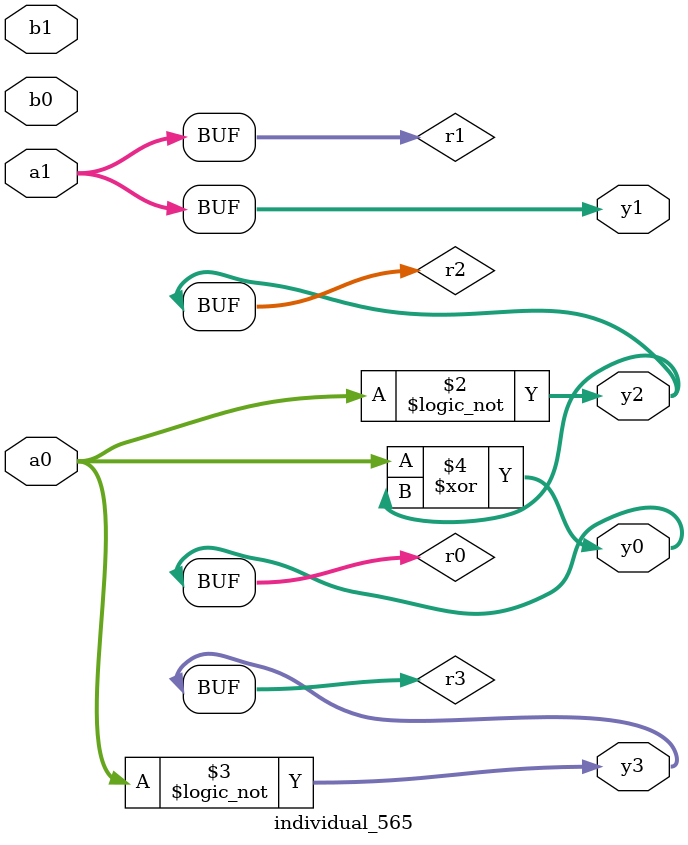
<source format=sv>
module individual_565(input logic [15:0] a1, input logic [15:0] a0, input logic [15:0] b1, input logic [15:0] b0, output logic [15:0] y3, output logic [15:0] y2, output logic [15:0] y1, output logic [15:0] y0);
logic [15:0] r0, r1, r2, r3; 
 always@(*) begin 
	 r0 = a0; r1 = a1; r2 = b0; r3 = b1; 
 	 r2 = ! a0 ;
 	 r3 = ! r0 ;
 	 r0  ^=  r2 ;
 	 y3 = r3; y2 = r2; y1 = r1; y0 = r0; 
end
endmodule
</source>
